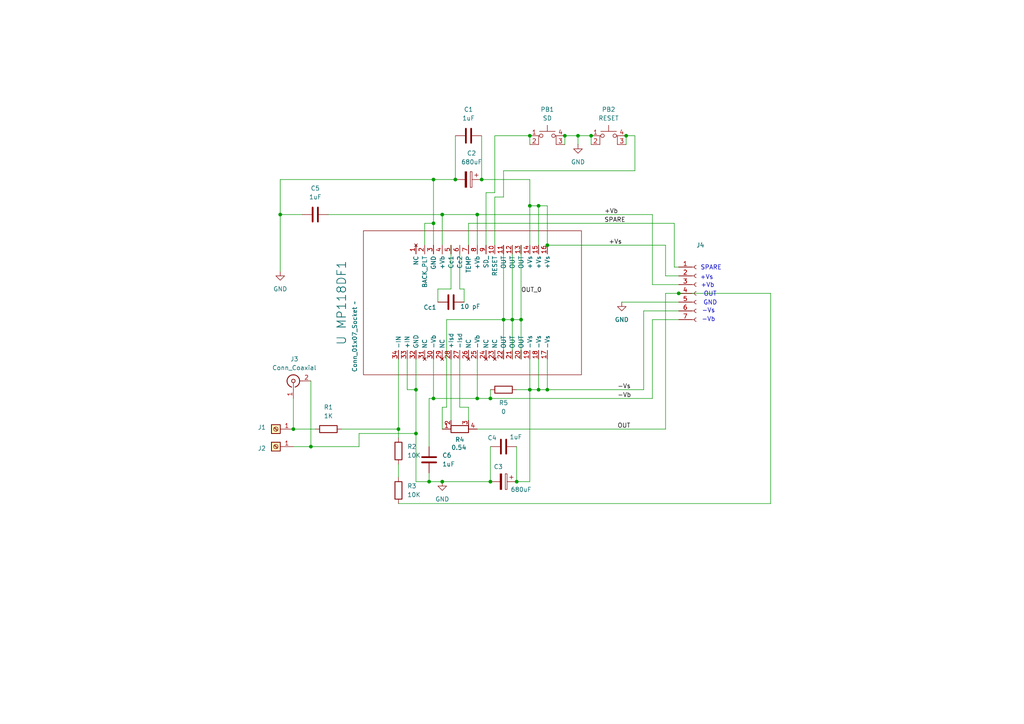
<source format=kicad_sch>
(kicad_sch (version 20250114) (generator "eeschema") (generator_version "9.0")
  (paper "A4")
  (lib_symbols
    (symbol "Apex:Conn_01x07_Socket" (pin_names (offset 1.016) (hide yes))
      (property "Reference" "J" (at 0 10.16 0))
      (property "Value" "Conn_01x07_Socket" (at 0 -10.16 0))
      (symbol "Conn_01x07_Socket_1_1"
        (polyline (pts (xy -1.27 7.62) (xy -0.508 7.62)) (stroke (width 0.1524)))
        (polyline (pts (xy -1.27 5.08) (xy -0.508 5.08)) (stroke (width 0.1524)))
        (polyline (pts (xy -1.27 2.54) (xy -0.508 2.54)) (stroke (width 0.1524)))
        (polyline (pts (xy -1.27 0) (xy -0.508 0)) (stroke (width 0.1524)))
        (polyline (pts (xy -1.27 -2.54) (xy -0.508 -2.54)) (stroke (width 0.1524)))
        (polyline (pts (xy -1.27 -5.08) (xy -0.508 -5.08)) (stroke (width 0.1524)))
        (polyline (pts (xy -1.27 -7.62) (xy -0.508 -7.62)) (stroke (width 0.1524)))
        (arc (start 0 7.112) (mid -0.5058 7.62) (end 0 8.128) (stroke (width 0.1524)))
        (arc (start 0 4.572) (mid -0.5058 5.08) (end 0 5.588) (stroke (width 0.1524)))
        (arc (start 0 2.032) (mid -0.5058 2.54) (end 0 3.048) (stroke (width 0.1524)))
        (arc (start 0 -0.508) (mid -0.5058 0) (end 0 0.508) (stroke (width 0.1524)))
        (arc (start 0 -3.048) (mid -0.5058 -2.54) (end 0 -2.032) (stroke (width 0.1524)))
        (arc (start 0 -5.588) (mid -0.5058 -5.08) (end 0 -4.572) (stroke (width 0.1524)))
        (arc (start 0 -8.128) (mid -0.5058 -7.62) (end 0 -7.112) (stroke (width 0.1524)))
        (pin passive line (at -5.08 7.62 0) (length 3.81) (name "Pin_1") (number "1"))
        (pin passive line (at -5.08 5.08 0) (length 3.81) (name "Pin_2") (number "2"))
        (pin passive line (at -5.08 2.54 0) (length 3.81) (name "Pin_3") (number "3"))
        (pin passive line (at -5.08 0 0) (length 3.81) (name "Pin_4") (number "4"))
        (pin passive line (at -5.08 -2.54 0) (length 3.81) (name "Pin_5") (number "5"))
        (pin passive line (at -5.08 -5.08 0) (length 3.81) (name "Pin_6") (number "6"))
        (pin passive line (at -5.08 -7.62 0) (length 3.81) (name "Pin_7") (number "7"))
      )
    )
    (symbol "Connector:Conn_Coaxial" (pin_names (offset 1.016) (hide yes))
      (property "Reference" "J" (at 0.254 3.048 0))
      (property "Value" "Conn_Coaxial" (at 2.921 0 90))
      (symbol "Conn_Coaxial_0_1"
        (polyline (pts (xy -2.54 0) (xy -0.508 0)))
        (arc (start 1.778 0) (mid 0.222 -1.8079) (end -1.778 -0.508) (stroke (width 0.254)))
        (arc (start -1.778 0.508) (mid 0.2221 1.8084) (end 1.778 0) (stroke (width 0.254)))
        (circle (center 0 0) (radius 0.508) (stroke (width 0.2032)))
        (polyline (pts (xy 0 -2.54) (xy 0 -1.778)))
      )
      (symbol "Conn_Coaxial_1_1"
        (pin passive line (at -5.08 0 0) (length 2.54) (name "In") (number "1"))
        (pin passive line (at 0 -5.08 90) (length 2.54) (name "Ext") (number "2"))
      )
    )
    (symbol "Connector:Screw_Terminal_01x01" (pin_names (offset 1.016) (hide yes))
      (property "Reference" "J" (at 0 2.54 0))
      (property "Value" "Screw_Terminal_01x01" (at 0 -2.54 0))
      (symbol "Screw_Terminal_01x01_1_1"
        (rectangle (start -1.27 1.27) (end 1.27 -1.27) (stroke (width 0.254)) (fill (type background)))
        (polyline (pts (xy -0.5334 0.3302) (xy 0.3302 -0.508)) (stroke (width 0.1524)))
        (polyline (pts (xy -0.3556 0.508) (xy 0.508 -0.3302)) (stroke (width 0.1524)))
        (circle (center 0 0) (radius 0.635) (stroke (width 0.1524)))
        (pin passive line (at -5.08 0 0) (length 3.81) (name "Pin_1") (number "1"))
      )
    )
    (symbol "Device:C" (pin_numbers (hide yes)) (pin_names (offset 0.254))
      (property "Reference" "C" (at 0.635 2.54 0))
      (property "Value" "C" (at 0.635 -2.54 0))
      (symbol "C_0_1"
        (polyline (pts (xy -2.032 0.762) (xy 2.032 0.762)) (stroke (width 0.508)))
        (polyline (pts (xy -2.032 -0.762) (xy 2.032 -0.762)) (stroke (width 0.508)))
      )
      (symbol "C_1_1"
        (pin passive line (at 0 3.81 270) (length 2.794) (name "~") (number "1"))
        (pin passive line (at 0 -3.81 90) (length 2.794) (name "~") (number "2"))
      )
    )
    (symbol "Device:C_Polarized" (pin_numbers (hide yes)) (pin_names (offset 0.254))
      (property "Reference" "C" (at 0.635 2.54 0))
      (property "Value" "C_Polarized" (at 0.635 -2.54 0))
      (symbol "C_Polarized_0_1"
        (rectangle (start -2.286 0.508) (end 2.286 1.016))
        (polyline (pts (xy -1.778 2.286) (xy -0.762 2.286)))
        (polyline (pts (xy -1.27 2.794) (xy -1.27 1.778)))
        (rectangle (start 2.286 -0.508) (end -2.286 -1.016) (fill (type outline)))
      )
      (symbol "C_Polarized_1_1"
        (pin passive line (at 0 3.81 270) (length 2.794) (name "~") (number "1"))
        (pin passive line (at 0 -3.81 90) (length 2.794) (name "~") (number "2"))
      )
    )
    (symbol "Device:R" (pin_numbers (hide yes)) (pin_names (offset 0))
      (property "Reference" "R" (at 2.032 0 90))
      (property "Value" "R" (at 0 0 90))
      (symbol "R_0_1"
        (rectangle (start -1.016 -2.54) (end 1.016 2.54) (stroke (width 0.254)))
      )
      (symbol "R_1_1"
        (pin passive line (at 0 3.81 270) (length 1.27) (name "~") (number "1"))
        (pin passive line (at 0 -3.81 90) (length 1.27) (name "~") (number "2"))
      )
    )
    (symbol "Device:R_Shunt" (pin_names (offset 0) (hide yes))
      (property "Reference" "R" (at -2.032 0 90))
      (property "Value" "R_Shunt" (at 0 0 90))
      (symbol "R_Shunt_0_1"
        (rectangle (start -1.016 -2.54) (end 1.016 2.54) (stroke (width 0.254)))
        (polyline (pts (xy 0 -2.54) (xy 1.27 -2.54)))
        (polyline (pts (xy 1.27 2.54) (xy 0 2.54)))
      )
      (symbol "R_Shunt_1_1"
        (pin passive line (at 0 5.08 270) (length 2.54) (name "~") (number "1"))
        (pin passive line (at 0 -5.08 90) (length 2.54) (name "~") (number "4"))
        (pin passive line (at 2.54 2.54 180) (length 1.27) (name "~") (number "2"))
        (pin passive line (at 2.54 -2.54 180) (length 1.27) (name "~") (number "3"))
      )
    )
    (symbol "MP118FD-girado_1"
      (property "Reference" "U MP118DF" (at 20.32 -2.794 0))
      (symbol "MP118FD-girado_1_0_1"
        (rectangle (start 41.021 0) (end -0.762 -63.246))
      )
      (symbol "MP118FD-girado_1_1_1"
        (polyline private (pts (xy 36.83 -6.35) (xy 3.81 -6.35)))
        (polyline private (pts (xy 48.26 -31.75) (xy -7.62 -31.75)) (stroke (width 0) (type dash_dot)))
        (pin input line (at 3.81 -10.16 0) (length 2.54) (name "-IN") (number "34"))
        (pin input line (at 3.81 -12.7 0) (length 2.54) (name "+IN") (number "33"))
        (pin input line (at 3.81 -15.24 0) (length 2.54) (name "GND") (number "32"))
        (pin no_connect line (at 3.81 -17.78 0) (length 2.54) (name "NC") (number "31"))
        (pin input line (at 3.81 -20.32 0) (length 2.54) (name "-Vb") (number "30"))
        (pin no_connect line (at 3.81 -22.86 0) (length 2.54) (name "NC") (number "29"))
        (pin input line (at 3.81 -25.4 0) (length 2.54) (name "+Isd") (number "28"))
        (pin input line (at 3.81 -27.94 0) (length 2.54) (name "-Isd") (number "27"))
        (pin no_connect line (at 3.81 -30.48 0) (length 2.54) (name "NC") (number "26"))
        (pin input line (at 3.81 -33.02 0) (length 2.54) (name "-Vb") (number "25"))
        (pin no_connect line (at 3.81 -35.56 0) (length 2.54) (name "NC") (number "24"))
        (pin no_connect line (at 3.81 -38.1 0) (length 2.54) (name "NC") (number "23"))
        (pin output line (at 3.81 -40.64 0) (length 2.54) (name "OUT") (number "22"))
        (pin output line (at 3.81 -43.18 0) (length 2.54) (name "OUT") (number "21"))
        (pin output line (at 3.81 -45.72 0) (length 2.54) (name "OUT") (number "20"))
        (pin power_in line (at 3.81 -48.26 0) (length 2.54) (name "-Vs") (number "19"))
        (pin power_in line (at 3.81 -50.8 0) (length 2.54) (name "-Vs") (number "18"))
        (pin power_in line (at 3.81 -53.34 0) (length 2.54) (name "-Vs") (number "17"))
        (pin no_connect line (at 36.83 -15.24 180) (length 2.54) (name "NC") (number "1"))
        (pin passive line (at 36.83 -17.78 180) (length 2.54) (name "BACK_PLT") (number "2"))
        (pin input line (at 36.83 -20.32 180) (length 2.54) (name "GND") (number "3"))
        (pin input line (at 36.83 -22.86 180) (length 2.54) (name "+Vb") (number "4"))
        (pin input line (at 36.83 -25.4 180) (length 2.54) (name "Cc1") (number "5"))
        (pin input line (at 36.83 -27.94 180) (length 2.54) (name "Cc2") (number "6"))
        (pin output line (at 36.83 -30.48 180) (length 2.54) (name "TEMP") (number "7"))
        (pin input line (at 36.83 -33.02 180) (length 2.54) (name "+Vb") (number "8"))
        (pin input line (at 36.83 -35.56 180) (length 2.54) (name "SD_") (number "9"))
        (pin input line (at 36.83 -38.1 180) (length 2.54) (name "RESET") (number "10"))
        (pin output line (at 36.83 -40.64 180) (length 2.54) (name "OUT") (number "11"))
        (pin output line (at 36.83 -43.18 180) (length 2.54) (name "OUT") (number "12"))
        (pin output line (at 36.83 -45.72 180) (length 2.54) (name "OUT") (number "13"))
        (pin power_in line (at 36.83 -48.26 180) (length 2.54) (name "+Vs") (number "14"))
        (pin power_in line (at 36.83 -50.8 180) (length 2.54) (name "+Vs") (number "15"))
        (pin power_in line (at 36.83 -53.34 180) (length 2.54) (name "+Vs") (number "16"))
      )
    )
    (symbol "SW_MEC_5E_1" (pin_names (offset 1.016) (hide yes))
      (property "Reference" "PB1" (at 0 10.16 0))
      (property "Value" "SD" (at 0 7.62 0))
      (symbol "SW_MEC_5E_1_0_1"
        (polyline (pts (xy -2.54 0) (xy -2.54 2.54) (xy -2.286 2.54)))
        (polyline (pts (xy -2.286 3.81) (xy 2.286 3.81)))
        (circle (center -1.778 2.54) (radius 0.508))
        (polyline (pts (xy 0 3.81) (xy 0 5.588)))
        (circle (center 1.778 2.54) (radius 0.508))
        (polyline (pts (xy 2.54 0) (xy 2.54 2.54) (xy 2.286 2.54)))
        (pin passive line (at -5.08 2.54 0) (length 2.54) (name "1") (number "1"))
        (pin passive line (at -5.08 0 0) (length 2.54) (name "1") (number "2"))
        (pin passive line (at 5.08 2.54 180) (length 2.54) (name "2") (number "4"))
        (pin passive line (at 5.08 0 180) (length 2.54) (name "2") (number "3"))
      )
    )
    (symbol "Switch:SW_MEC_5E" (pin_names (offset 1.016) (hide yes))
      (property "Reference" "SW" (at 0.635 5.715 0))
      (property "Value" "SW_MEC_5E" (at 0 -3.175 0))
      (symbol "SW_MEC_5E_0_1"
        (polyline (pts (xy -2.54 0) (xy -2.54 2.54) (xy -2.286 2.54)))
        (polyline (pts (xy -2.286 3.81) (xy 2.286 3.81)))
        (circle (center -1.778 2.54) (radius 0.508))
        (polyline (pts (xy 0 3.81) (xy 0 5.588)))
        (circle (center 1.778 2.54) (radius 0.508))
        (polyline (pts (xy 2.54 0) (xy 2.54 2.54) (xy 2.286 2.54)))
        (pin passive line (at -5.08 2.54 0) (length 2.54) (name "1") (number "1"))
        (pin passive line (at -5.08 0 0) (length 2.54) (name "2") (number "2"))
        (pin passive line (at 5.08 2.54 180) (length 2.54) (name "A") (number "4"))
        (pin passive line (at 5.08 0 180) (length 2.54) (name "K") (number "3"))
      )
    )
    (symbol "power:GND" (power) (pin_numbers (hide yes)) (pin_names (offset 0) (hide yes))
      (property "Value" "GND" (at 0 -3.81 0))
      (symbol "GND_0_1"
        (polyline (pts (xy 0 0) (xy 0 -1.27) (xy 1.27 -1.27) (xy 0 -2.54) (xy -1.27 -1.27) (xy 0 -1.27)))
      )
      (symbol "GND_1_1"
        (pin power_in line (at 0 0 270) (length 0) (name "~") (number "1"))
      )
    )
  )
  (text "OUT" (at 205.994 85.344 0) (effects (font (size 1.27 1.27))))
  (text "GND" (at 205.994 87.884 0) (effects (font (size 1.27 1.27))))
  (text "SPARE" (at 206.248 77.724 0) (effects (font (size 1.27 1.27))))
  (text "+Vs" (at 204.978 80.518 0) (effects (font (size 1.27 1.27))))
  (text "-Vs" (at 205.486 90.17 0) (effects (font (size 1.27 1.27))))
  (text "-Vb" (at 205.486 92.71 0) (effects (font (size 1.27 1.27))))
  (text "+Vb" (at 205.232 82.804 0) (effects (font (size 1.27 1.27))))
  (junction (at 120.65 125.73))
  (junction (at 153.67 39.37))
  (junction (at 81.28 62.23))
  (junction (at 124.46 139.7))
  (junction (at 128.27 62.23))
  (junction (at 153.67 59.69))
  (junction (at 158.75 71.12))
  (junction (at 156.21 59.69))
  (junction (at 120.65 113.03))
  (junction (at 151.13 92.71))
  (junction (at 115.57 124.46))
  (junction (at 167.64 39.37))
  (junction (at 158.75 113.03))
  (junction (at 132.08 52.07))
  (junction (at 149.86 139.7))
  (junction (at 171.45 39.37))
  (junction (at 146.05 92.71))
  (junction (at 148.59 92.71))
  (junction (at 90.17 129.54))
  (junction (at 153.67 113.03))
  (junction (at 139.7 52.07))
  (junction (at 138.43 115.57))
  (junction (at 125.73 64.77))
  (junction (at 196.85 85.09))
  (junction (at 128.27 139.7))
  (junction (at 156.21 113.03))
  (junction (at 181.61 39.37))
  (junction (at 85.09 124.46))
  (junction (at 125.73 115.57))
  (junction (at 163.83 39.37))
  (junction (at 142.24 139.7))
  (junction (at 125.73 52.07))
  (junction (at 138.43 62.23))
  (junction (at 142.24 115.57))
  (wire (pts (xy 146.05 71.12) (xy 146.05 92.71)))
  (wire (pts (xy 167.64 39.37) (xy 171.45 39.37)))
  (wire (pts (xy 195.58 77.47) (xy 196.85 77.47)))
  (wire (pts (xy 158.75 113.03) (xy 186.69 113.03)))
  (wire (pts (xy 143.51 57.15) (xy 143.51 71.12)))
  (wire (pts (xy 143.51 39.37) (xy 153.67 39.37)))
  (wire (pts (xy 135.89 71.12) (xy 135.89 64.77)))
  (wire (pts (xy 196.85 90.17) (xy 186.69 90.17)))
  (wire (pts (xy 123.19 64.77) (xy 125.73 64.77)))
  (wire (pts (xy 189.23 92.71) (xy 196.85 92.71)))
  (wire (pts (xy 124.46 139.7) (xy 128.27 139.7)))
  (wire (pts (xy 120.65 125.73) (xy 120.65 139.7)))
  (wire (pts (xy 125.73 115.57) (xy 138.43 115.57)))
  (wire (pts (xy 184.15 49.53) (xy 184.15 39.37)))
  (wire (pts (xy 90.17 129.54) (xy 104.14 129.54)))
  (wire (pts (xy 124.46 115.57) (xy 125.73 115.57)))
  (wire (pts (xy 158.75 59.69) (xy 158.75 71.12)))
  (wire (pts (xy 146.05 49.53) (xy 184.15 49.53)))
  (wire (pts (xy 120.65 139.7) (xy 124.46 139.7)))
  (wire (pts (xy 195.58 64.77) (xy 195.58 77.47)))
  (wire (pts (xy 134.62 83.82) (xy 134.62 87.63)))
  (wire (pts (xy 142.24 115.57) (xy 138.43 115.57)))
  (wire (pts (xy 143.51 55.88) (xy 143.51 39.37)))
  (wire (pts (xy 130.81 71.12) (xy 130.81 83.82)))
  (wire (pts (xy 186.69 90.17) (xy 186.69 113.03)))
  (wire (pts (xy 146.05 92.71) (xy 148.59 92.71)))
  (wire (pts (xy 148.59 92.71) (xy 151.13 92.71)))
  (wire (pts (xy 85.09 129.54) (xy 90.17 129.54)))
  (wire (pts (xy 189.23 92.71) (xy 189.23 115.57)))
  (wire (pts (xy 81.28 62.23) (xy 81.28 78.74)))
  (wire (pts (xy 139.7 52.07) (xy 153.67 52.07)))
  (wire (pts (xy 118.11 104.14) (xy 118.11 113.03)))
  (wire (pts (xy 125.73 52.07) (xy 81.28 52.07)))
  (wire (pts (xy 142.24 129.54) (xy 142.24 139.7)))
  (wire (pts (xy 128.27 124.46) (xy 128.27 118.11)))
  (wire (pts (xy 99.06 124.46) (xy 115.57 124.46)))
  (wire (pts (xy 140.97 71.12) (xy 140.97 55.88)))
  (wire (pts (xy 148.59 71.12) (xy 148.59 92.71)))
  (wire (pts (xy 81.28 52.07) (xy 81.28 62.23)))
  (wire (pts (xy 149.86 129.54) (xy 149.86 139.7)))
  (wire (pts (xy 104.14 129.54) (xy 104.14 125.73)))
  (wire (pts (xy 139.7 39.37) (xy 139.7 52.07)))
  (wire (pts (xy 196.85 80.01) (xy 193.04 80.01)))
  (wire (pts (xy 153.67 139.7) (xy 153.67 113.03)))
  (wire (pts (xy 156.21 59.69) (xy 158.75 59.69)))
  (wire (pts (xy 130.81 83.82) (xy 127 83.82)))
  (wire (pts (xy 193.04 71.12) (xy 158.75 71.12)))
  (wire (pts (xy 128.27 62.23) (xy 138.43 62.23)))
  (wire (pts (xy 146.05 57.15) (xy 146.05 49.53)))
  (wire (pts (xy 143.51 57.15) (xy 146.05 57.15)))
  (wire (pts (xy 158.75 104.14) (xy 158.75 113.03)))
  (wire (pts (xy 135.89 64.77) (xy 195.58 64.77)))
  (wire (pts (xy 125.73 64.77) (xy 125.73 71.12)))
  (wire (pts (xy 123.19 71.12) (xy 123.19 64.77)))
  (wire (pts (xy 138.43 115.57) (xy 138.43 104.14)))
  (wire (pts (xy 142.24 113.03) (xy 142.24 115.57)))
  (wire (pts (xy 148.59 92.71) (xy 148.59 104.14)))
  (wire (pts (xy 193.04 80.01) (xy 193.04 71.12)))
  (wire (pts (xy 124.46 137.16) (xy 124.46 139.7)))
  (wire (pts (xy 115.57 104.14) (xy 115.57 124.46)))
  (wire (pts (xy 153.67 52.07) (xy 153.67 59.69)))
  (wire (pts (xy 133.35 83.82) (xy 134.62 83.82)))
  (wire (pts (xy 223.52 146.05) (xy 223.52 85.09)))
  (wire (pts (xy 85.09 124.46) (xy 91.44 124.46)))
  (wire (pts (xy 184.15 39.37) (xy 181.61 39.37)))
  (wire (pts (xy 85.09 115.57) (xy 85.09 124.46)))
  (wire (pts (xy 127 83.82) (xy 127 87.63)))
  (wire (pts (xy 156.21 113.03) (xy 156.21 104.14)))
  (wire (pts (xy 125.73 104.14) (xy 125.73 115.57)))
  (wire (pts (xy 153.67 71.12) (xy 153.67 59.69)))
  (wire (pts (xy 95.25 62.23) (xy 128.27 62.23)))
  (wire (pts (xy 104.14 125.73) (xy 120.65 125.73)))
  (wire (pts (xy 118.11 113.03) (xy 120.65 113.03)))
  (wire (pts (xy 153.67 113.03) (xy 156.21 113.03)))
  (wire (pts (xy 120.65 104.14) (xy 120.65 113.03)))
  (wire (pts (xy 156.21 59.69) (xy 156.21 71.12)))
  (wire (pts (xy 120.65 113.03) (xy 120.65 125.73)))
  (wire (pts (xy 193.04 85.09) (xy 196.85 85.09)))
  (wire (pts (xy 163.83 39.37) (xy 167.64 39.37)))
  (wire (pts (xy 171.45 39.37) (xy 171.45 41.91)))
  (wire (pts (xy 138.43 71.12) (xy 138.43 62.23)))
  (wire (pts (xy 132.08 52.07) (xy 125.73 52.07)))
  (wire (pts (xy 189.23 115.57) (xy 142.24 115.57)))
  (wire (pts (xy 189.23 82.55) (xy 196.85 82.55)))
  (wire (pts (xy 135.89 121.92) (xy 135.89 118.11)))
  (wire (pts (xy 193.04 124.46) (xy 193.04 85.09)))
  (wire (pts (xy 135.89 118.11) (xy 133.35 118.11)))
  (wire (pts (xy 181.61 39.37) (xy 181.61 41.91)))
  (wire (pts (xy 153.67 104.14) (xy 153.67 113.03)))
  (wire (pts (xy 129.54 118.11) (xy 129.54 92.71)))
  (wire (pts (xy 153.67 59.69) (xy 156.21 59.69)))
  (wire (pts (xy 129.54 92.71) (xy 146.05 92.71)))
  (wire (pts (xy 133.35 71.12) (xy 133.35 83.82)))
  (wire (pts (xy 140.97 55.88) (xy 143.51 55.88)))
  (wire (pts (xy 115.57 146.05) (xy 223.52 146.05)))
  (wire (pts (xy 125.73 52.07) (xy 125.73 64.77)))
  (wire (pts (xy 151.13 92.71) (xy 151.13 104.14)))
  (wire (pts (xy 128.27 62.23) (xy 128.27 71.12)))
  (wire (pts (xy 128.27 118.11) (xy 129.54 118.11)))
  (wire (pts (xy 167.64 39.37) (xy 167.64 41.91)))
  (wire (pts (xy 132.08 39.37) (xy 132.08 52.07)))
  (wire (pts (xy 149.86 139.7) (xy 153.67 139.7)))
  (wire (pts (xy 115.57 134.62) (xy 115.57 138.43)))
  (wire (pts (xy 124.46 129.54) (xy 124.46 115.57)))
  (wire (pts (xy 149.86 113.03) (xy 153.67 113.03)))
  (wire (pts (xy 115.57 124.46) (xy 115.57 127)))
  (wire (pts (xy 90.17 110.49) (xy 90.17 129.54)))
  (wire (pts (xy 189.23 62.23) (xy 189.23 82.55)))
  (wire (pts (xy 130.81 104.14) (xy 130.81 121.92)))
  (wire (pts (xy 151.13 71.12) (xy 151.13 92.71)))
  (wire (pts (xy 156.21 113.03) (xy 158.75 113.03)))
  (wire (pts (xy 138.43 124.46) (xy 193.04 124.46)))
  (wire (pts (xy 81.28 62.23) (xy 87.63 62.23)))
  (wire (pts (xy 196.85 85.09) (xy 223.52 85.09)))
  (wire (pts (xy 133.35 118.11) (xy 133.35 104.14)))
  (wire (pts (xy 153.67 39.37) (xy 153.67 41.91)))
  (wire (pts (xy 163.83 39.37) (xy 163.83 41.91)))
  (wire (pts (xy 146.05 92.71) (xy 146.05 104.14)))
  (wire (pts (xy 180.34 87.63) (xy 196.85 87.63)))
  (wire (pts (xy 128.27 139.7) (xy 142.24 139.7)))
  (wire (pts (xy 138.43 62.23) (xy 189.23 62.23)))
  (label "+Vb" (at 175.26 62.23 0))
  (label "OUT_0" (at 151.13 85.09 0))
  (label "+Vs" (at 176.53 71.12 0))
  (label "-Vb" (at 179.07 115.57 0))
  (label "OUT" (at 179.07 124.46 0))
  (label "SPARE" (at 175.26 64.77 0))
  (label "-Vs" (at 179.07 113.03 0))
  (symbol (lib_id "Device:C") (at 124.46 133.35 0) (unit 1)
    (property "Reference" "C6" (at 128.27 132.0799 0) (effects (justify left)))
    (property "Value" "1uF" (at 128.27 134.6199 0) (effects (justify left)))
    (property "Footprint" "Capacitor_SMD:C_2220_5750Metric" (effects (hide yes)))
    (property "Description" "Unpolarized capacitor" (effects (hide yes)))
    (property "Fabricante" "RS: 146-4260" (effects (hide yes)))
    (property "Precio" "5,81 €.  2 unidades" (effects (hide yes)))
  )
  (symbol (lib_id "power:GND") (at 167.64 41.91 0) (unit 1)
    (property "Reference" "#PWR03" (effects (hide yes)))
    (property "Value" "GND" (at 167.64 46.99 0))
    (property "Description" "Power symbol creates a global label with name \"GND\" , ground" (effects (hide yes)))
  )
  (symbol (lib_id "Device:C") (at 130.81 87.63 270) (unit 1)
    (property "Reference" "Cc1" (at 124.714 89.154 90))
    (property "Value" "10 pF" (at 136.398 88.9 90))
    (property "Footprint" "Capacitor_THT:C_Disc_D7.5mm_W5.0mm_P7.50mm" (effects (hide yes)))
    (property "Description" "Unpolarized capacitor" (effects (hide yes)))
    (property "Proveedor" "RS:831-2871" (effects (hide yes)))
    (property "Precio" "1,42 €" (effects (hide yes)))
  )
  (symbol (lib_id "Device:R") (at 146.05 113.03 270) (unit 1)
    (property "Reference" "R5" (at 146.05 116.84 90))
    (property "Value" "0" (at 146.05 119.38 90))
    (property "Footprint" "Resistor_THT:R_Axial_DIN0207_L6.3mm_D2.5mm_P7.62mm_Horizontal" (effects (hide yes)))
    (property "Description" "Resistor" (effects (hide yes)))
    (property "Proveedor" "RS:707-7666" (effects (hide yes)))
    (property "Precio" "1,31 €. 10 unidades" (effects (hide yes)))
  )
  (symbol (lib_name "SW_MEC_5E_1") (lib_id "Switch:SW_MEC_5E") (at 158.75 41.91 0) (unit 1)
    (property "Reference" "PB1" (at 158.75 31.75 0))
    (property "Value" "SD" (at 158.75 34.29 0))
    (property "Footprint" "Library:SW_PUSH-12mm" (effects (hide yes)))
    (property "Datasheet" "http://www.apem.com/int/index.php?controller=attachment&id_attachment=1371" (effects (hide yes)))
    (property "Description" "MEC 5E single pole normally-open tactile switch" (effects (hide yes)))
    (property "Proveedor" "RS: 443-676 RS: 378-6763" (effects (hide yes)))
    (property "Precio" "4,14 €" (effects (hide yes)))
  )
  (symbol (lib_id "power:GND") (at 81.28 78.74 0) (unit 1)
    (property "Reference" "#PWR01" (effects (hide yes)))
    (property "Value" "GND" (at 81.28 83.82 0))
    (property "Description" "Power symbol creates a global label with name \"GND\" , ground" (effects (hide yes)))
  )
  (symbol (lib_id "Connector:Screw_Terminal_01x01") (at 80.01 129.54 180) (unit 1)
    (property "Reference" "J2" (at 75.946 130.048 0))
    (property "Value" "Screw_Terminal_01x01" (effects (hide yes)))
    (property "Footprint" "TerminalBlock_MetzConnect:TerminalBlock_MetzConnect_360271_1x01_Horizontal_ScrewM3.0_Boxed" (effects (hide yes)))
    (property "Description" "Generic screw terminal, single row, 01x01, script generated (kicad-library-utils/schlib/autogen/connector/)" (effects (hide yes)))
  )
  (symbol (lib_id "power:GND") (at 128.27 139.7 0) (unit 1)
    (property "Reference" "#PWR02" (effects (hide yes)))
    (property "Value" "GND" (at 128.27 144.78 0))
    (property "Description" "Power symbol creates a global label with name \"GND\" , ground" (effects (hide yes)))
  )
  (symbol (lib_id "Device:R") (at 115.57 142.24 0) (unit 1)
    (property "Reference" "R3" (at 118.11 140.9699 0) (effects (justify left)))
    (property "Value" "10K" (at 118.11 143.5099 0) (effects (justify left)))
    (property "Footprint" "Resistor_THT:R_Axial_DIN0207_L6.3mm_D2.5mm_P7.62mm_Horizontal" (effects (hide yes)))
    (property "Description" "Resistor" (effects (hide yes)))
    (property "Proveedor" "RS:707-7745" (effects (hide yes)))
    (property "Precio" "1,74 €. 10 unidades" (effects (hide yes)))
  )
  (symbol (lib_id "Device:R") (at 115.57 130.81 0) (unit 1)
    (property "Reference" "R2" (at 118.11 129.5399 0) (effects (justify left)))
    (property "Value" "10K" (at 118.11 132.0799 0) (effects (justify left)))
    (property "Footprint" "Resistor_THT:R_Axial_DIN0207_L6.3mm_D2.5mm_P7.62mm_Horizontal" (effects (hide yes)))
    (property "Description" "Resistor" (effects (hide yes)))
    (property "Proveedor" "RS:707-7745" (effects (hide yes)))
    (property "Precio" "1,74 €. 10 unidades" (effects (hide yes)))
  )
  (symbol (lib_id "Switch:SW_MEC_5E") (at 176.53 41.91 0) (unit 1)
    (property "Reference" "PB2" (at 176.53 31.75 0))
    (property "Value" "RESET" (at 176.53 34.29 0))
    (property "Footprint" "Library:SW_PUSH-12mm" (effects (hide yes)))
    (property "Datasheet" "http://www.apem.com/int/index.php?controller=attachment&id_attachment=1371" (effects (hide yes)))
    (property "Description" "MEC 5E single pole normally-open tactile switch" (effects (hide yes)))
    (property "Proveedor" "RS: 443-676" (effects (hide yes)))
    (property "Precio" "4,14 €" (effects (hide yes)))
  )
  (symbol (lib_id "power:GND") (at 180.34 87.63 0) (unit 1)
    (property "Reference" "#PWR04" (effects (hide yes)))
    (property "Value" "GND" (at 180.34 92.71 0))
    (property "Description" "Power symbol creates a global label with name \"GND\" , ground" (effects (hide yes)))
  )
  (symbol (lib_id "Device:R") (at 95.25 124.46 270) (unit 1)
    (property "Reference" "R1" (at 95.25 118.11 90))
    (property "Value" "1K" (at 95.25 120.65 90))
    (property "Footprint" "Resistor_THT:R_Axial_DIN0207_L6.3mm_D2.5mm_P7.62mm_Horizontal" (effects (hide yes)))
    (property "Description" "Resistor" (effects (hide yes)))
    (property "Proveedor" "RS:707-7666" (effects (hide yes)))
    (property "Precio" "1,31 €. 10 unidades" (effects (hide yes)))
  )
  (symbol (lib_id "Connector:Conn_Coaxial") (at 85.09 110.49 90) (unit 1)
    (property "Reference" "J3" (at 85.3832 104.14 90))
    (property "Value" "Conn_Coaxial" (at 85.3832 106.68 90))
    (property "Footprint" "Connector_Coaxial:BNC_TEConnectivity_1478204_Vertical" (effects (hide yes)))
    (property "Description" "coaxial connector (BNC, SMA, SMB, SMC, Cinch/RCA, LEMO, ...)" (effects (hide yes)))
    (property "Proveedor" "RS:546-4027" (effects (hide yes)))
    (property "Precio" "2,71 €" (effects (hide yes)))
  )
  (symbol (lib_id "Apex:Conn_01x07_Socket") (at 201.93 85.09 0) (unit 1)
    (property "Reference" "J4" (at 201.93 71.12 0) (effects (justify left)))
    (property "Value" "Conn_01x07_Socket" (at 102.87 107.95 90) (effects (justify left)))
    (property "Footprint" "Library:PhoenixContact_SPT_5_7-H-7.5-ZB_1x07_P7.5mm_Horizontal" (effects (hide yes)))
    (property "Description" "Generic connector, single row, 01x07, script generated" (effects (hide yes)))
  )
  (symbol (lib_id "Device:R_Shunt") (at 133.35 124.46 90) (unit 1)
    (property "Reference" "R4" (at 133.35 127.508 90))
    (property "Value" "0.54" (at 133.096 129.794 90))
    (property "Footprint" "Library:Shunt PBV Isabellenhutte 17,78x7,62" (effects (hide yes)))
    (property "Description" "Shunt resistor with Kelvin connections" (effects (hide yes)))
    (property "Proveedor" "RS:210-7523" (effects (hide yes)))
    (property "Precio" "33,50 €" (effects (hide yes)))
  )
  (symbol (lib_id "Device:C") (at 146.05 129.54 270) (unit 1)
    (property "Reference" "C4" (at 142.748 127 90))
    (property "Value" "1uF" (at 149.606 126.746 90))
    (property "Footprint" "Capacitor_SMD:C_2220_5750Metric" (effects (hide yes)))
    (property "Description" "Unpolarized capacitor" (effects (hide yes)))
    (property "Fabricante" "RS: 146-4260" (effects (hide yes)))
    (property "Precio" "5,81 €.  2 unidades" (effects (hide yes)))
  )
  (symbol (lib_name "MP118FD-girado_1") (lib_id "Apex:MP118FD-girado") (at 105.41 107.95 90) (unit 1)
    (property "Reference" "U MP118DF1" (at 99.06 87.8205 0) (effects (font (size 2.54 2.54))))
    (property "Value" "~" (at 102.87 87.8205 0))
    (property "Footprint" "Library:MP118" (effects (hide yes)))
    (property "Datasheet" "kicad-embed://mp118u.pdf" (effects (hide yes)))
  )
  (symbol (lib_id "Connector:Screw_Terminal_01x01") (at 80.01 124.46 180) (unit 1)
    (property "Reference" "J1" (at 75.946 123.952 0))
    (property "Value" "Screw_Terminal_01x01" (effects (hide yes)))
    (property "Footprint" "TerminalBlock_MetzConnect:TerminalBlock_MetzConnect_360271_1x01_Horizontal_ScrewM3.0_Boxed" (effects (hide yes)))
    (property "Description" "Generic screw terminal, single row, 01x01, script generated (kicad-library-utils/schlib/autogen/connector/)" (effects (hide yes)))
  )
  (symbol (lib_id "Device:C") (at 135.89 39.37 270) (unit 1)
    (property "Reference" "C1" (at 135.89 31.75 90))
    (property "Value" "1uF" (at 135.89 34.29 90))
    (property "Footprint" "Capacitor_SMD:C_2220_5750Metric" (effects (hide yes)))
    (property "Description" "Unpolarized capacitor" (effects (hide yes)))
    (property "Fabricante" "RS: 146-4260" (effects (hide yes)))
    (property "Precio" "5,81 €.  2 unidades" (effects (hide yes)))
  )
  (symbol (lib_id "Device:C_Polarized") (at 146.05 139.7 270) (unit 1)
    (property "Reference" "C3" (at 144.526 135.382 90))
    (property "Value" "680uF" (at 151.13 141.986 90))
    (property "Footprint" "Capacitor_THT:CP_Radial_D30.0mm_P10.00mm_SnapIn" (effects (hide yes)))
    (property "Description" "Polarized capacitor" (effects (hide yes)))
    (property "Proveedor" "RS:714-9238" (effects (hide yes)))
    (property "Precio" "4,49 €" (effects (hide yes)))
  )
  (symbol (lib_id "Device:C") (at 91.44 62.23 90) (unit 1)
    (property "Reference" "C5" (at 91.44 54.61 90))
    (property "Value" "1uF" (at 91.44 57.15 90))
    (property "Footprint" "Capacitor_SMD:C_2220_5750Metric" (effects (hide yes)))
    (property "Description" "Unpolarized capacitor" (effects (hide yes)))
    (property "Fabricante" "RS: 146-4260" (effects (hide yes)))
    (property "Precio" "5,81 €.  2 unidades" (effects (hide yes)))
  )
  (symbol (lib_id "Device:C_Polarized") (at 135.89 52.07 270) (unit 1)
    (property "Reference" "C2" (at 136.779 44.45 90))
    (property "Value" "680uF" (at 136.779 46.99 90))
    (property "Footprint" "Capacitor_THT:CP_Radial_D30.0mm_P10.00mm_SnapIn" (effects (hide yes)))
    (property "Description" "Polarized capacitor" (effects (hide yes)))
    (property "Proveedor" "RS:714-9238" (effects (hide yes)))
    (property "Precio" "4,49 €" (effects (hide yes)))
  )
)
</source>
